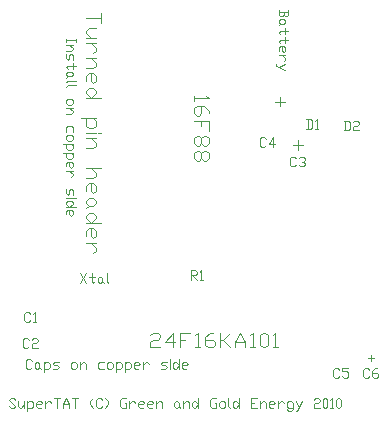
<source format=gbr>
*
G04 Gerber written by LinkCAD 5.8.2 Build 4535*
G04 Layer: SuperTAT_Silk_Copper_Bottom_20100827b.gbr*
%FSLAX36Y36*%
%MOIN*%
%ADD10C,0.001600*%
%ADD11C,0.002400*%
%ADD12C,0.050000*%
%ADD13C,0.060000*%
%ADD14C,0.080000*%
%ADD15C,0.015000*%
%ADD16C,0.010000*%
%ADD17C,0.025000*%
%ADD18C,0.012000*%
%ADD19C,0.008000*%
%ADD20C,0.020000*%
G54D10*
X146000Y121333D02*
G01X141000Y116000D01*
X131000D01*
X126000Y121333D01*
Y142667D01*
X131000Y148000D01*
X141000D01*
X146000Y142667D01*
X156000D02*
X161000Y148000D01*
X171000D01*
X176000Y142667D01*
Y137333D01*
X171000Y132000D01*
X166000D01*
X171000D02*
X176000Y126667D01*
Y121333D01*
X171000Y116000D01*
X161000D01*
X156000Y121333D01*
G54D11*
X152667Y171000D02*
Y203000D01*
X169333Y187000D02*
X136000D01*
G54D10*
X46000Y186333D02*
X41000Y181000D01*
X31000D01*
X26000Y186333D01*
Y207667D01*
X31000Y213000D01*
X41000D01*
X46000Y207667D01*
X76000Y191667D02*
X56000D01*
X71000Y213000D01*
Y181000D01*
X306000Y236000D02*
X321000D01*
X326000Y241333D01*
Y262667D01*
X321000Y268000D01*
X306000D01*
X311000D02*
Y236000D01*
X336000Y262667D02*
X341000Y268000D01*
X351000D01*
X356000Y262667D01*
Y257333D01*
X351000Y252000D01*
X341000D01*
X336000Y246667D01*
Y236000D01*
X356000D01*
G54D11*
X-152000Y352000D02*
X-144000Y343667D01*
X-192000D01*
Y352000D02*
Y335333D01*
X-168000Y318667D02*
Y293667D01*
X-176000Y285333D01*
X-184000D01*
X-192000Y293667D01*
Y310333D01*
X-184000Y318667D01*
X-160000D01*
X-144000Y302000D01*
Y293667D01*
X-192000Y268667D02*
X-144000D01*
Y235333D01*
X-168000Y268667D02*
Y252000D01*
X-192000Y210333D02*
X-184000Y218667D01*
X-176000D01*
X-168000Y210333D01*
Y193667D01*
X-160000Y185333D01*
X-152000D01*
X-144000Y193667D01*
Y210333D01*
X-152000Y218667D01*
X-160000D01*
X-168000Y210333D01*
Y193667D02*
X-176000Y185333D01*
X-184000D01*
X-192000Y193667D01*
Y210333D01*
Y160333D02*
X-184000Y168667D01*
X-176000D01*
X-168000Y160333D01*
Y143667D01*
X-160000Y135333D01*
X-152000D01*
X-144000Y143667D01*
Y160333D01*
X-152000Y168667D01*
X-160000D01*
X-168000Y160333D01*
Y143667D02*
X-176000Y135333D01*
X-184000D01*
X-192000Y143667D01*
Y160333D01*
X-504000Y627000D02*
Y593667D01*
Y610333D02*
X-552000D01*
X-520000Y577000D02*
X-544000D01*
X-552000Y568667D01*
Y560333D01*
X-536000Y543667D01*
X-520000D02*
X-552000D01*
Y527000D02*
X-520000D01*
X-536000D02*
X-520000Y510333D01*
Y502000D01*
X-528000Y493667D01*
X-552000Y477000D02*
X-520000D01*
X-536000D02*
X-520000Y460333D01*
Y452000D01*
X-528000Y443667D01*
X-552000D01*
X-536000Y427000D02*
Y402000D01*
X-528000Y393667D01*
X-520000Y402000D01*
Y418667D01*
X-528000Y427000D01*
X-544000D01*
X-552000Y418667D01*
Y402000D01*
X-536000Y343667D02*
X-552000Y360333D01*
Y368667D01*
X-544000Y377000D01*
X-528000D01*
X-520000Y368667D01*
Y360333D01*
X-536000Y343667D01*
X-504000D02*
X-552000D01*
X-568000Y277000D02*
X-520000D01*
X-528000D02*
X-520000Y268667D01*
Y252000D01*
X-528000Y243667D01*
X-544000D01*
X-552000Y252000D01*
Y277000D01*
Y227000D02*
X-520000D01*
X-512000D02*
X-504000D01*
X-552000Y210333D02*
X-520000D01*
X-536000D02*
X-520000Y193667D01*
Y185333D01*
X-528000Y177000D01*
X-552000D01*
Y110333D02*
X-504000D01*
X-536000D02*
X-520000Y93666D01*
Y85333D01*
X-528000Y77000D01*
X-552000D01*
X-536000Y60333D02*
Y35333D01*
X-528000Y27000D01*
X-520000Y35333D01*
Y52000D01*
X-528000Y60333D01*
X-544000D01*
X-552000Y52000D01*
Y35333D01*
Y-6334D02*
Y2000D01*
X-544000Y10333D01*
X-528000D01*
X-520000Y2000D01*
Y-6334D01*
X-528000Y-14667D01*
X-544000D01*
X-552000Y-6334D01*
X-544000Y-14667D02*
X-552000Y-23000D01*
X-536000Y-73000D02*
X-552000Y-56334D01*
Y-48000D01*
X-544000Y-39667D01*
X-528000D01*
X-520000Y-48000D01*
Y-56334D01*
X-536000Y-73000D01*
X-504000D02*
X-552000D01*
X-536000Y-89667D02*
Y-114667D01*
X-528000Y-123000D01*
X-520000Y-114667D01*
Y-98000D01*
X-528000Y-89667D01*
X-544000D01*
X-552000Y-98000D01*
Y-114667D01*
Y-139667D02*
X-520000D01*
X-536000D02*
X-520000Y-156334D01*
Y-164667D01*
X-528000Y-173000D01*
X-338000Y-446000D02*
X-329667Y-438000D01*
X-313000D01*
X-304667Y-446000D01*
Y-454000D01*
X-313000Y-462000D01*
X-329667D01*
X-338000Y-470000D01*
Y-486000D01*
X-304667D01*
X-254667Y-470000D02*
X-288000D01*
X-263000Y-438000D01*
Y-486000D01*
X-238000D02*
Y-438000D01*
X-204667D01*
X-238000Y-462000D02*
X-221333D01*
X-188000Y-446000D02*
X-179667Y-438000D01*
Y-486000D01*
X-188000D02*
X-171333D01*
X-154667Y-462000D02*
X-129667D01*
X-121333Y-470000D01*
Y-478000D01*
X-129667Y-486000D01*
X-146333D01*
X-154667Y-478000D01*
Y-454000D01*
X-138000Y-438000D01*
X-129667D01*
X-104667Y-486000D02*
Y-438000D01*
X-71333D02*
X-96333Y-462000D01*
X-104667D01*
X-96333D02*
X-71333Y-486000D01*
X-54667D02*
Y-470000D01*
X-38000Y-438000D01*
X-21333Y-470000D01*
Y-486000D01*
X-54667Y-470000D02*
X-21333D01*
X-4667Y-446000D02*
X3667Y-438000D01*
Y-486000D01*
X-4667D02*
X12000D01*
X37000D02*
X28667Y-478000D01*
Y-446000D01*
X37000Y-438000D01*
X45333D01*
X53667Y-446000D01*
Y-478000D01*
X45333Y-486000D01*
X37000D01*
X70333Y-446000D02*
X78667Y-438000D01*
Y-486000D01*
X70333D02*
X87000D01*
X92667Y316000D02*
Y348000D01*
X109333Y332000D02*
X76000D01*
G54D10*
X90000Y637000D02*
Y622000D01*
X95333Y617000D01*
X100667D01*
X106000Y622000D01*
Y632000D01*
Y622000D02*
X111333Y617000D01*
X116667D01*
X122000Y622000D01*
Y637000D01*
Y632000D02*
X90000D01*
Y597000D02*
Y602000D01*
X95333Y607000D01*
X106000D01*
X111333Y602000D01*
Y597000D01*
X106000Y592000D01*
X95333D01*
X90000Y597000D01*
X95333Y592000D02*
X90000Y587000D01*
X111333Y577000D02*
Y557000D01*
X122000Y567000D02*
X95333D01*
X90000Y562000D01*
X95333Y557000D01*
X111333Y547000D02*
Y527000D01*
X122000Y537000D02*
X95333D01*
X90000Y532000D01*
X95333Y527000D01*
X100667Y517000D02*
Y502000D01*
X106000Y497000D01*
X111333Y502000D01*
Y512000D01*
X106000Y517000D01*
X95333D01*
X90000Y512000D01*
Y502000D01*
Y487000D02*
X111333D01*
X100667D02*
X111333Y477000D01*
Y472000D01*
X106000Y467000D01*
X111333Y457000D02*
X90000Y447000D01*
X111333Y437000D02*
X79333Y452000D01*
Y457000D01*
X181000Y241000D02*
X196000D01*
X201000Y246333D01*
Y267667D01*
X196000Y273000D01*
X181000D01*
X186000D02*
Y241000D01*
X211000Y267667D02*
X216000Y273000D01*
Y241000D01*
X211000D02*
X221000D01*
X-743000Y-482667D02*
X-748000Y-488000D01*
X-758000D01*
X-763000Y-482667D01*
Y-461333D01*
X-758000Y-456000D01*
X-748000D01*
X-743000Y-461333D01*
X-733000D02*
X-728000Y-456000D01*
X-718000D01*
X-713000Y-461333D01*
Y-466667D01*
X-718000Y-472000D01*
X-728000D01*
X-733000Y-477333D01*
Y-488000D01*
X-713000D01*
X-738000Y-397667D02*
X-743000Y-403000D01*
X-753000D01*
X-758000Y-397667D01*
Y-376333D01*
X-753000Y-371000D01*
X-743000D01*
X-738000Y-376333D01*
X-728000D02*
X-723000Y-371000D01*
Y-403000D01*
X-728000D02*
X-718000D01*
X-808000Y-682667D02*
X-803000Y-688000D01*
X-793000D01*
X-788000Y-682667D01*
X-808000Y-661333D01*
X-803000Y-656000D01*
X-793000D01*
X-788000Y-661333D01*
X-778000Y-666667D02*
Y-682667D01*
X-773000Y-688000D01*
X-768000D01*
X-758000Y-677333D01*
Y-666667D02*
Y-688000D01*
X-748000Y-698667D02*
Y-666667D01*
Y-672000D02*
X-743000Y-666667D01*
X-733000D01*
X-728000Y-672000D01*
Y-682667D01*
X-733000Y-688000D01*
X-748000D01*
X-718000Y-677333D02*
X-703000D01*
X-698000Y-672000D01*
X-703000Y-666667D01*
X-713000D01*
X-718000Y-672000D01*
Y-682667D01*
X-713000Y-688000D01*
X-703000D01*
X-688000D02*
Y-666667D01*
Y-677333D02*
X-678000Y-666667D01*
X-673000D01*
X-668000Y-672000D01*
X-658000Y-656000D02*
X-638000D01*
X-648000D02*
Y-688000D01*
X-628000D02*
Y-677333D01*
X-618000Y-656000D01*
X-608000Y-677333D01*
Y-688000D01*
X-628000Y-677333D02*
X-608000D01*
X-598000Y-656000D02*
X-578000D01*
X-588000D02*
Y-688000D01*
X-528000Y-656000D02*
X-538000Y-666667D01*
Y-677333D01*
X-528000Y-688000D01*
X-498000Y-682667D02*
X-503000Y-688000D01*
X-513000D01*
X-518000Y-682667D01*
Y-661333D01*
X-513000Y-656000D01*
X-503000D01*
X-498000Y-661333D01*
X-488000Y-656000D02*
X-478000Y-666667D01*
Y-677333D01*
X-488000Y-688000D01*
X-423000Y-672000D02*
X-418000D01*
Y-688000D01*
X-433000D01*
X-438000Y-682667D01*
Y-661333D01*
X-433000Y-656000D01*
X-418000D01*
X-408000Y-688000D02*
Y-666667D01*
Y-677333D02*
X-398000Y-666667D01*
X-393000D01*
X-388000Y-672000D01*
X-378000Y-677333D02*
X-363000D01*
X-358000Y-672000D01*
X-363000Y-666667D01*
X-373000D01*
X-378000Y-672000D01*
Y-682667D01*
X-373000Y-688000D01*
X-363000D01*
X-348000Y-677333D02*
X-333000D01*
X-328000Y-672000D01*
X-333000Y-666667D01*
X-343000D01*
X-348000Y-672000D01*
Y-682667D01*
X-343000Y-688000D01*
X-333000D01*
X-318000D02*
Y-666667D01*
Y-677333D02*
X-308000Y-666667D01*
X-303000D01*
X-298000Y-672000D01*
Y-688000D01*
X-248000D02*
X-253000D01*
X-258000Y-682667D01*
Y-672000D01*
X-253000Y-666667D01*
X-248000D01*
X-243000Y-672000D01*
Y-682667D01*
X-248000Y-688000D01*
X-243000Y-682667D02*
X-238000Y-688000D01*
X-228000D02*
Y-666667D01*
Y-677333D02*
X-218000Y-666667D01*
X-213000D01*
X-208000Y-672000D01*
Y-688000D01*
X-178000Y-677333D02*
X-188000Y-688000D01*
X-193000D01*
X-198000Y-682667D01*
Y-672000D01*
X-193000Y-666667D01*
X-188000D01*
X-178000Y-677333D01*
Y-656000D02*
Y-688000D01*
X-123000Y-672000D02*
X-118000D01*
Y-688000D01*
X-133000D01*
X-138000Y-682667D01*
Y-661333D01*
X-133000Y-656000D01*
X-118000D01*
X-93000Y-688000D02*
X-103000D01*
X-108000Y-682667D01*
Y-672000D01*
X-103000Y-666667D01*
X-93000D01*
X-88000Y-672000D01*
Y-682667D01*
X-93000Y-688000D01*
X-78000Y-656000D02*
Y-682667D01*
X-73000Y-688000D01*
X-43000Y-677333D02*
X-53000Y-688000D01*
X-58000D01*
X-63000Y-682667D01*
Y-672000D01*
X-58000Y-666667D01*
X-53000D01*
X-43000Y-677333D01*
Y-656000D02*
Y-688000D01*
X-3000D02*
Y-656000D01*
X17000D01*
X-3000Y-672000D02*
X7000D01*
X-3000Y-688000D02*
X17000D01*
X27000D02*
Y-666667D01*
Y-677333D02*
X37000Y-666667D01*
X42000D01*
X47000Y-672000D01*
Y-688000D01*
X57000Y-677333D02*
X72000D01*
X77000Y-672000D01*
X72000Y-666667D01*
X62000D01*
X57000Y-672000D01*
Y-682667D01*
X62000Y-688000D01*
X72000D01*
X87000D02*
Y-666667D01*
Y-677333D02*
X97000Y-666667D01*
X102000D01*
X107000Y-672000D01*
X117000Y-693333D02*
X122000Y-698667D01*
X132000D01*
X137000Y-693333D01*
Y-672000D01*
X132000Y-666667D01*
X122000D01*
X117000Y-672000D01*
Y-682667D01*
X122000Y-688000D01*
X137000D01*
X147000Y-666667D02*
X157000Y-688000D01*
X167000Y-666667D02*
X152000Y-698667D01*
X147000D01*
X207000Y-661333D02*
X212000Y-656000D01*
X222000D01*
X227000Y-661333D01*
Y-666667D01*
X222000Y-672000D01*
X212000D01*
X207000Y-677333D01*
Y-688000D01*
X227000D01*
X242000D02*
X237000Y-682667D01*
Y-661333D01*
X242000Y-656000D01*
X247000D01*
X252000Y-661333D01*
Y-682667D01*
X247000Y-688000D01*
X242000D01*
X262000Y-661333D02*
X267000Y-656000D01*
Y-688000D01*
X262000D02*
X272000D01*
X287000D02*
X282000Y-682667D01*
Y-661333D01*
X287000Y-656000D01*
X292000D01*
X297000Y-661333D01*
Y-682667D01*
X292000Y-688000D01*
X287000D01*
X396000Y-532667D02*
Y-511333D01*
X406000Y-522000D02*
X386000D01*
X291000Y-582667D02*
X286000Y-588000D01*
X276000D01*
X271000Y-582667D01*
Y-561333D01*
X276000Y-556000D01*
X286000D01*
X291000Y-561333D01*
X301000Y-582667D02*
X306000Y-588000D01*
X316000D01*
X321000Y-582667D01*
Y-572000D01*
X316000Y-566667D01*
X301000D01*
Y-556000D01*
X321000D01*
X391000Y-582667D02*
X386000Y-588000D01*
X376000D01*
X371000Y-582667D01*
Y-561333D01*
X376000Y-556000D01*
X386000D01*
X391000Y-561333D01*
X401000Y-572000D02*
X416000D01*
X421000Y-577333D01*
Y-582667D01*
X416000Y-588000D01*
X406000D01*
X401000Y-582667D01*
Y-566667D01*
X411000Y-556000D01*
X416000D01*
X-573000Y-273000D02*
X-553000Y-241000D01*
X-573000D02*
X-553000Y-273000D01*
X-543000Y-251667D02*
X-523000D01*
X-533000Y-241000D02*
Y-267667D01*
X-528000Y-273000D01*
X-523000Y-267667D01*
X-503000Y-273000D02*
X-508000D01*
X-513000Y-267667D01*
Y-257000D01*
X-508000Y-251667D01*
X-503000D01*
X-498000Y-257000D01*
Y-267667D01*
X-503000Y-273000D01*
X-498000Y-267667D02*
X-493000Y-273000D01*
X-483000Y-241000D02*
Y-267667D01*
X-478000Y-273000D01*
X-587000Y542000D02*
Y532000D01*
Y537000D02*
X-619000D01*
Y542000D02*
Y532000D01*
Y522000D02*
X-597667D01*
X-608333D02*
X-597667Y512000D01*
Y507000D01*
X-603000Y502000D01*
X-619000D01*
Y492000D02*
Y477000D01*
X-613667Y472000D01*
X-608333Y477000D01*
Y487000D01*
X-603000Y492000D01*
X-597667Y487000D01*
Y472000D01*
Y462000D02*
Y442000D01*
X-587000Y452000D02*
X-613667D01*
X-619000Y447000D01*
X-613667Y442000D01*
X-619000Y422000D02*
Y427000D01*
X-613667Y432000D01*
X-603000D01*
X-597667Y427000D01*
Y422000D01*
X-603000Y417000D01*
X-613667D01*
X-619000Y422000D01*
X-613667Y417000D02*
X-619000Y412000D01*
X-587000Y402000D02*
X-613667D01*
X-619000Y397000D01*
X-587000Y387000D02*
X-613667D01*
X-619000Y382000D01*
Y327000D02*
Y337000D01*
X-613667Y342000D01*
X-603000D01*
X-597667Y337000D01*
Y327000D01*
X-603000Y322000D01*
X-613667D01*
X-619000Y327000D01*
Y312000D02*
X-597667D01*
X-608333D02*
X-597667Y302000D01*
Y297000D01*
X-603000Y292000D01*
X-619000D01*
X-597667Y232000D02*
Y247000D01*
X-603000Y252000D01*
X-613667D01*
X-619000Y247000D01*
Y232000D01*
Y207000D02*
Y217000D01*
X-613667Y222000D01*
X-603000D01*
X-597667Y217000D01*
Y207000D01*
X-603000Y202000D01*
X-613667D01*
X-619000Y207000D01*
X-629667Y192000D02*
X-597667D01*
X-603000D02*
X-597667Y187000D01*
Y177000D01*
X-603000Y172000D01*
X-613667D01*
X-619000Y177000D01*
Y192000D01*
X-629667Y162000D02*
X-597667D01*
X-603000D02*
X-597667Y157000D01*
Y147000D01*
X-603000Y142000D01*
X-613667D01*
X-619000Y147000D01*
Y162000D01*
X-608333Y132000D02*
Y117000D01*
X-603000Y112000D01*
X-597667Y117000D01*
Y127000D01*
X-603000Y132000D01*
X-613667D01*
X-619000Y127000D01*
Y117000D01*
Y102000D02*
X-597667D01*
X-608333D02*
X-597667Y92000D01*
Y87000D01*
X-603000Y82000D01*
X-619000Y42000D02*
Y27000D01*
X-613667Y22000D01*
X-608333Y27000D01*
Y37000D01*
X-603000Y42000D01*
X-597667Y37000D01*
Y22000D01*
X-619000Y12000D02*
X-597667D01*
X-592333D02*
X-587000D01*
X-608333Y-18000D02*
X-619000Y-8000D01*
Y-3000D01*
X-613667Y2000D01*
X-603000D01*
X-597667Y-3000D01*
Y-8000D01*
X-608333Y-18000D01*
X-587000D02*
X-619000D01*
X-608333Y-28000D02*
Y-43000D01*
X-603000Y-48000D01*
X-597667Y-43000D01*
Y-33000D01*
X-603000Y-28000D01*
X-613667D01*
X-619000Y-33000D01*
Y-43000D01*
X-203000Y-263000D02*
Y-231000D01*
X-188000D01*
X-183000Y-236333D01*
Y-241667D01*
X-188000Y-247000D01*
X-203000D01*
X-198000D02*
X-183000Y-263000D01*
X-173000Y-236333D02*
X-168000Y-231000D01*
Y-263000D01*
X-173000D02*
X-163000D01*
X-733000Y-552667D02*
X-738000Y-558000D01*
X-748000D01*
X-753000Y-552667D01*
Y-531333D01*
X-748000Y-526000D01*
X-738000D01*
X-733000Y-531333D01*
X-713000Y-558000D02*
X-718000D01*
X-723000Y-552667D01*
Y-542000D01*
X-718000Y-536667D01*
X-713000D01*
X-708000Y-542000D01*
Y-552667D01*
X-713000Y-558000D01*
X-708000Y-552667D02*
X-703000Y-558000D01*
X-693000Y-568667D02*
Y-536667D01*
Y-542000D02*
X-688000Y-536667D01*
X-678000D01*
X-673000Y-542000D01*
Y-552667D01*
X-678000Y-558000D01*
X-693000D01*
X-663000D02*
X-648000D01*
X-643000Y-552667D01*
X-648000Y-547333D01*
X-658000D01*
X-663000Y-542000D01*
X-658000Y-536667D01*
X-643000D01*
X-588000Y-558000D02*
X-598000D01*
X-603000Y-552667D01*
Y-542000D01*
X-598000Y-536667D01*
X-588000D01*
X-583000Y-542000D01*
Y-552667D01*
X-588000Y-558000D01*
X-573000D02*
Y-536667D01*
Y-547333D02*
X-563000Y-536667D01*
X-558000D01*
X-553000Y-542000D01*
Y-558000D01*
X-493000Y-536667D02*
X-508000D01*
X-513000Y-542000D01*
Y-552667D01*
X-508000Y-558000D01*
X-493000D01*
X-468000D02*
X-478000D01*
X-483000Y-552667D01*
Y-542000D01*
X-478000Y-536667D01*
X-468000D01*
X-463000Y-542000D01*
Y-552667D01*
X-468000Y-558000D01*
X-453000Y-568667D02*
Y-536667D01*
Y-542000D02*
X-448000Y-536667D01*
X-438000D01*
X-433000Y-542000D01*
Y-552667D01*
X-438000Y-558000D01*
X-453000D01*
X-423000Y-568667D02*
Y-536667D01*
Y-542000D02*
X-418000Y-536667D01*
X-408000D01*
X-403000Y-542000D01*
Y-552667D01*
X-408000Y-558000D01*
X-423000D01*
X-393000Y-547333D02*
X-378000D01*
X-373000Y-542000D01*
X-378000Y-536667D01*
X-388000D01*
X-393000Y-542000D01*
Y-552667D01*
X-388000Y-558000D01*
X-378000D01*
X-363000D02*
Y-536667D01*
Y-547333D02*
X-353000Y-536667D01*
X-348000D01*
X-343000Y-542000D01*
X-303000Y-558000D02*
X-288000D01*
X-283000Y-552667D01*
X-288000Y-547333D01*
X-298000D01*
X-303000Y-542000D01*
X-298000Y-536667D01*
X-283000D01*
X-273000Y-558000D02*
Y-536667D01*
Y-531333D02*
Y-526000D01*
X-243000Y-547333D02*
X-253000Y-558000D01*
X-258000D01*
X-263000Y-552667D01*
Y-542000D01*
X-258000Y-536667D01*
X-253000D01*
X-243000Y-547333D01*
Y-526000D02*
Y-558000D01*
X-233000Y-547333D02*
X-218000D01*
X-213000Y-542000D01*
X-218000Y-536667D01*
X-228000D01*
X-233000Y-542000D01*
Y-552667D01*
X-228000Y-558000D01*
X-218000D01*
M02*

</source>
